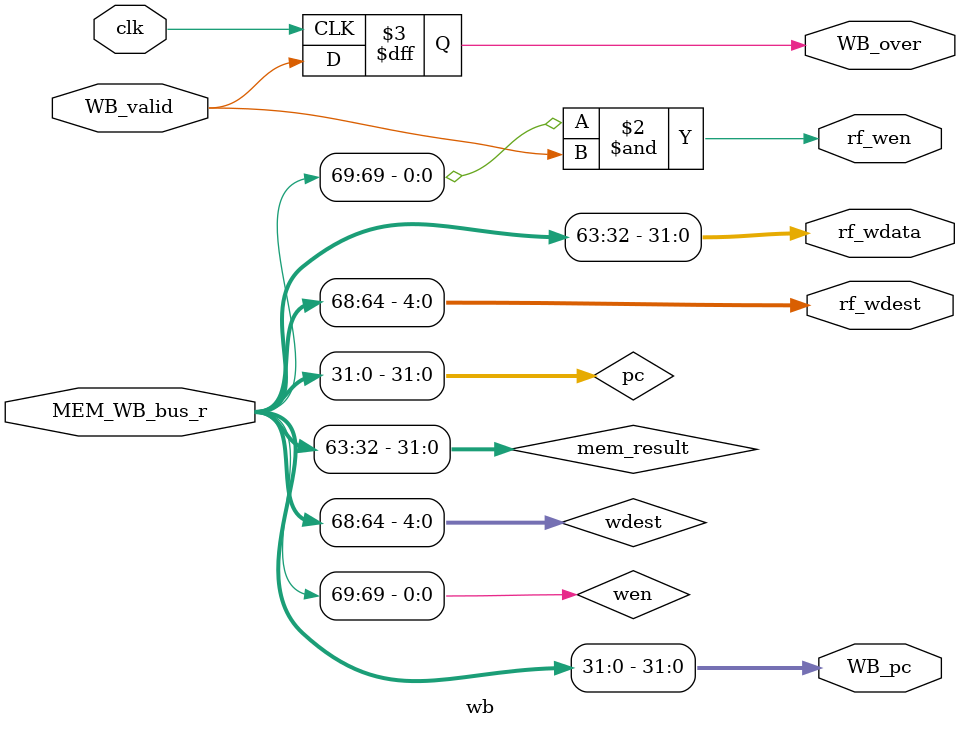
<source format=v>
`timescale 1ns / 1ps
module wb(                      // Ð´»Ø¼¶
    input             clk,       // Ê±ÖÓ/////!!!!!!add
    input         WB_valid,     // Ð´»Ø¼¶ÓÐÐ§
    input  [69:0] MEM_WB_bus_r, // MEM->WB×ÜÏß
    output        rf_wen,       // ¼Ä´æÆ÷Ð´Ê¹ÄÜ
    output [ 4:0] rf_wdest,     // ¼Ä´æÆ÷Ð´µØÖ·
    output [31:0] rf_wdata,     // ¼Ä´æÆ÷Ð´Êý¾Ý
    output    reg   WB_over,      // WBÄ£¿éÖ´ÐÐÍê³É

    //Õ¹Ê¾PC
    output [ 31:0] WB_pc
);
//-----{MEM->WB×ÜÏß}begin    
    //¼Ä´æÆ÷¶ÑÐ´Ê¹ÄÜºÍÐ´µØÖ·
    wire wen;
    wire [4:0] wdest;
    
    //MEM´«À´µÄresult
    wire [31:0] mem_result;
    
    //pc
    wire [31:0] pc;    
    assign {wen,wdest,mem_result,pc} = MEM_WB_bus_r;
//-----{MEM->WB×ÜÏß}end

//-----{WBÖ´ÐÐÍê³É}begin
    //WBÄ£¿éÖ»ÊÇ´«µÝ¼Ä´æÆ÷¶ÑµÄÐ´Ê¹ÄÜ/Ð´µØÖ·ºÍÐ´Êý¾Ý
    //¿ÉÔÚÒ»ÅÄÄÚÍê³É
    //¹ÊWB_valid¼´ÊÇWB_overÐÅºÅ
//    assign WB_over = WB_valid;//!!!!!!add
     always @(posedge clk)
     begin
         WB_over <= WB_valid;
     end
//-----{WBÖ´ÐÐÍê³É}end

//-----{WB->regfileÐÅºÅ}begin
    assign rf_wen   = wen & WB_valid;
    assign rf_wdest = wdest;
    assign rf_wdata = mem_result;
//-----{WB->regfileÐÅºÅ}end

//-----{Õ¹Ê¾WBÄ£¿éµÄPCÖµ}begin
    assign WB_pc = pc;
//-----{Õ¹Ê¾WBÄ£¿éµÄPCÖµ}end
endmodule


</source>
